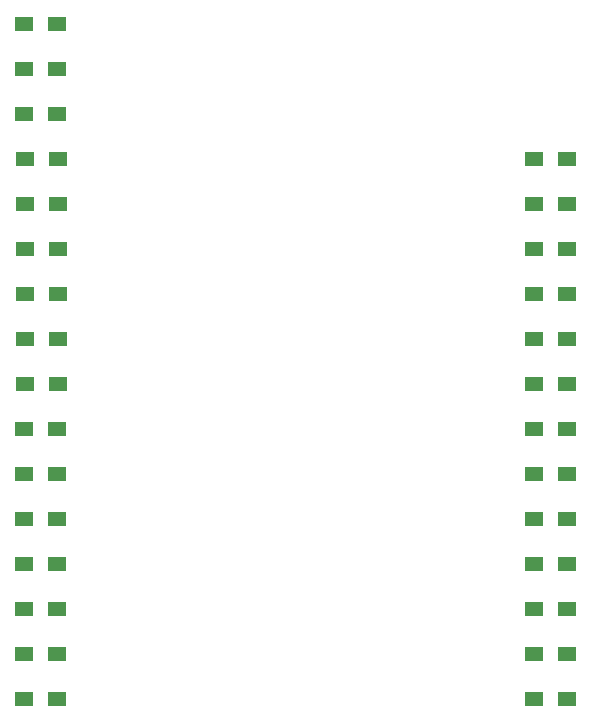
<source format=gbr>
G04 #@! TF.GenerationSoftware,KiCad,Pcbnew,(5.0.1-3-g963ef8bb5)*
G04 #@! TF.CreationDate,2019-02-13T00:25:30-08:00*
G04 #@! TF.ProjectId,midi-anything,6D6964692D616E797468696E672E6B69,rev?*
G04 #@! TF.SameCoordinates,Original*
G04 #@! TF.FileFunction,Paste,Top*
G04 #@! TF.FilePolarity,Positive*
%FSLAX46Y46*%
G04 Gerber Fmt 4.6, Leading zero omitted, Abs format (unit mm)*
G04 Created by KiCad (PCBNEW (5.0.1-3-g963ef8bb5)) date Wednesday, February 13, 2019 at 12:25:30 AM*
%MOMM*%
%LPD*%
G01*
G04 APERTURE LIST*
%ADD10R,1.600000X1.200000*%
G04 APERTURE END LIST*
D10*
G04 #@! TO.C,D1*
X123320000Y-60960000D03*
X120520000Y-60960000D03*
G04 #@! TD*
G04 #@! TO.C,D2*
X123320000Y-64770000D03*
X120520000Y-64770000D03*
G04 #@! TD*
G04 #@! TO.C,D3*
X120520000Y-68580000D03*
X123320000Y-68580000D03*
G04 #@! TD*
G04 #@! TO.C,D4*
X123450000Y-72390000D03*
X120650000Y-72390000D03*
G04 #@! TD*
G04 #@! TO.C,D5*
X120650000Y-76200000D03*
X123450000Y-76200000D03*
G04 #@! TD*
G04 #@! TO.C,D6*
X123450000Y-80010000D03*
X120650000Y-80010000D03*
G04 #@! TD*
G04 #@! TO.C,D7*
X120650000Y-83820000D03*
X123450000Y-83820000D03*
G04 #@! TD*
G04 #@! TO.C,D8*
X123450000Y-87630000D03*
X120650000Y-87630000D03*
G04 #@! TD*
G04 #@! TO.C,D9*
X120650000Y-91440000D03*
X123450000Y-91440000D03*
G04 #@! TD*
G04 #@! TO.C,D10*
X123320000Y-95250000D03*
X120520000Y-95250000D03*
G04 #@! TD*
G04 #@! TO.C,D11*
X120520000Y-99060000D03*
X123320000Y-99060000D03*
G04 #@! TD*
G04 #@! TO.C,D12*
X123320000Y-102870000D03*
X120520000Y-102870000D03*
G04 #@! TD*
G04 #@! TO.C,D13*
X120520000Y-106680000D03*
X123320000Y-106680000D03*
G04 #@! TD*
G04 #@! TO.C,D14*
X120520000Y-110490000D03*
X123320000Y-110490000D03*
G04 #@! TD*
G04 #@! TO.C,D15*
X123320000Y-114300000D03*
X120520000Y-114300000D03*
G04 #@! TD*
G04 #@! TO.C,D16*
X120520000Y-118110000D03*
X123320000Y-118110000D03*
G04 #@! TD*
G04 #@! TO.C,D17*
X166500000Y-72390000D03*
X163700000Y-72390000D03*
G04 #@! TD*
G04 #@! TO.C,D18*
X163700000Y-118110000D03*
X166500000Y-118110000D03*
G04 #@! TD*
G04 #@! TO.C,D19*
X166500000Y-114300000D03*
X163700000Y-114300000D03*
G04 #@! TD*
G04 #@! TO.C,D20*
X163700000Y-110490000D03*
X166500000Y-110490000D03*
G04 #@! TD*
G04 #@! TO.C,D21*
X166500000Y-106680000D03*
X163700000Y-106680000D03*
G04 #@! TD*
G04 #@! TO.C,D22*
X163700000Y-102870000D03*
X166500000Y-102870000D03*
G04 #@! TD*
G04 #@! TO.C,D23*
X166500000Y-99060000D03*
X163700000Y-99060000D03*
G04 #@! TD*
G04 #@! TO.C,D24*
X163700000Y-95250000D03*
X166500000Y-95250000D03*
G04 #@! TD*
G04 #@! TO.C,D25*
X166500000Y-91440000D03*
X163700000Y-91440000D03*
G04 #@! TD*
G04 #@! TO.C,D26*
X163700000Y-87630000D03*
X166500000Y-87630000D03*
G04 #@! TD*
G04 #@! TO.C,D27*
X166500000Y-83820000D03*
X163700000Y-83820000D03*
G04 #@! TD*
G04 #@! TO.C,D28*
X163700000Y-80010000D03*
X166500000Y-80010000D03*
G04 #@! TD*
G04 #@! TO.C,D29*
X166500000Y-76200000D03*
X163700000Y-76200000D03*
G04 #@! TD*
M02*

</source>
